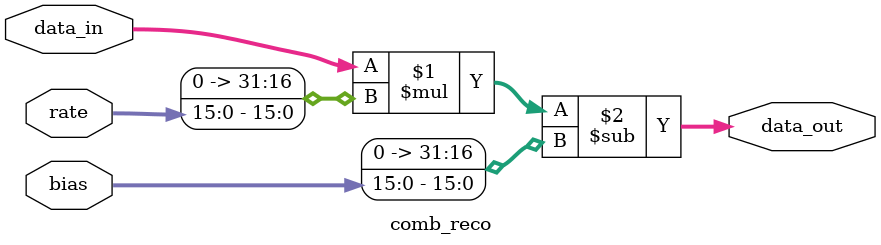
<source format=v>
module comb_reco(	// file.cleaned.mlir:2:3
  input  [31:0] data_in,	// file.cleaned.mlir:2:27
  input  [15:0] bias,	// file.cleaned.mlir:2:46
                rate,	// file.cleaned.mlir:2:62
  output [31:0] data_out	// file.cleaned.mlir:2:79
);

  assign data_out = data_in * {16'h0, rate} - {16'h0, bias};	// file.cleaned.mlir:3:15, :4:10, :5:10, :6:10, :7:10, :8:5
endmodule


</source>
